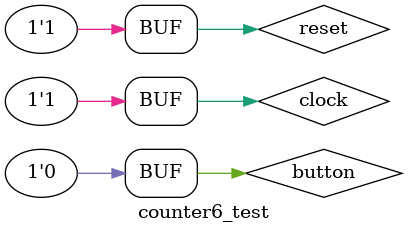
<source format=v>
`include "counter6.v"

module counter6_test;
   reg clock, reset, button;

   wire [2:0] q;
   wire a, b, c, d, e, f, g;

   counter6 cnt6_1(a, b, c, d, e, f, g, q, clock, reset, button);

   initial
     begin
	clock = 0; reset = 0; button = 0;
	#1 clock = 1; reset = 0; button = 0;// s0
	#1 clock = 0; reset = 1; button = 0;
	#1 clock = 1; reset = 1; button = 1;// s1
	#1 clock = 0; reset = 1; button = 1;
	#1 clock = 1; reset = 1; button = 1;// s2
	#1 clock = 0; reset = 1; button = 1;
	#1 clock = 1; reset = 1; button = 1;// s3
	#1 clock = 0; reset = 1; button = 1;
	#1 clock = 1; reset = 1; button = 1;// s4
	#1 clock = 0; reset = 1; button = 1;
	#1 clock = 1; reset = 1; button = 1;// s5
	#1 clock = 0; reset = 1; button = 1;
	#1 clock = 1; reset = 1; button = 1;// s0
	#1 clock = 0; reset = 1; button = 0;
	#1 clock = 1; reset = 1; button = 0;// s5
	#1 clock = 0; reset = 1; button = 0;
	#1 clock = 1; reset = 1; button = 0;// s4
	#1 clock = 0; reset = 1; button = 0;
	#1 clock = 1; reset = 1; button = 0;// s3
	#1 clock = 0; reset = 1; button = 0;
	#1 clock = 1; reset = 1; button = 0;// s2
	#1 clock = 0; reset = 1; button = 0;
	#1 clock = 1; reset = 1; button = 0;// s1
	#1 clock = 0; reset = 1; button = 0;
	#1 clock = 1; reset = 1; button = 0;// s0
     end

   initial
     begin
	$monitor($time, "\treset=%b", reset, "\tbutton=%b", button, "\tq=%b", q, "\ta=%b", a," b=%b", b, " c=%b", c , " d=%b", d, " e=%b", e, " f=%b", f, " g=%b",g);
	$dumpfile("counter6_test.vcd");
	$dumpvars;
     end
   
endmodule // counter6_test

</source>
